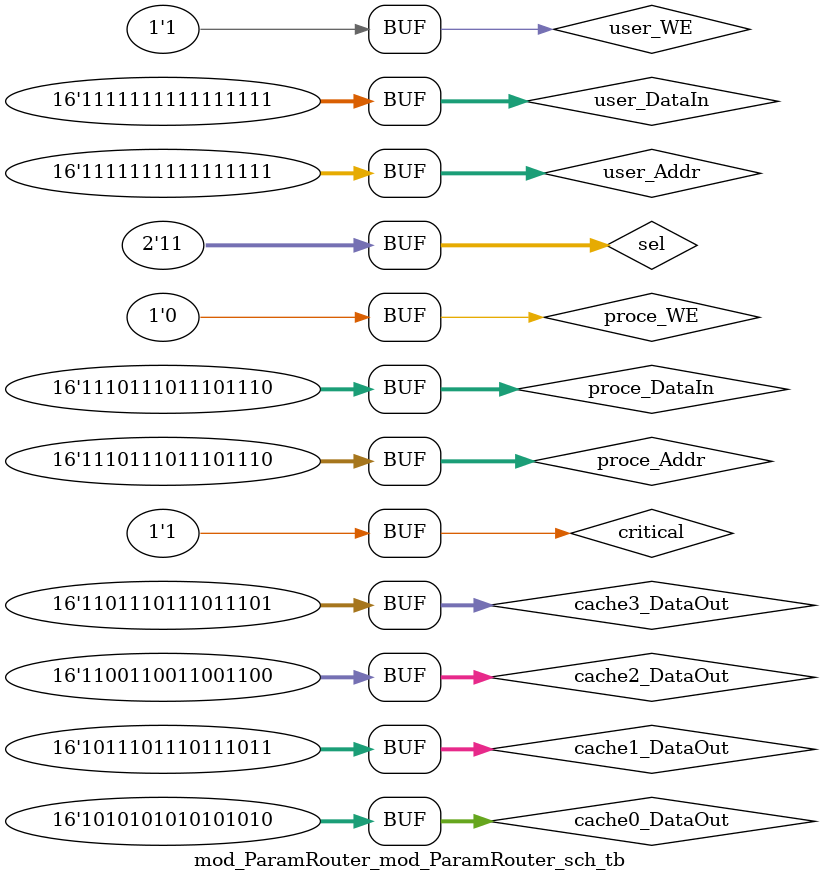
<source format=v>

`timescale 1ns / 1ps

module mod_ParamRouter_mod_ParamRouter_sch_tb();

// Inputs
   reg [15:0] cache2_DataOut;
   reg [15:0] cache3_DataOut;
   reg [1:0] sel;
   reg [15:0] cache0_DataOut;
   reg [15:0] cache1_DataOut;
   reg critical;
   reg [15:0] user_DataIn;
   reg [15:0] proce_DataIn;
   reg [15:0] user_Addr;
   reg [15:0] proce_Addr;
   reg user_WE;
   reg proce_WE;

// Output
   wire [15:0] cache2_DataIn;
   wire [15:0] cache3_DataIn;
   wire [15:0] cache2_Addr;
   wire [15:0] cache3_Addr;
   wire [15:0] cache0_DataIn;
   wire [15:0] cache1_DataIn;
   wire [15:0] cache0_Addr;
   wire [15:0] cache1_Addr;
   wire cache0_WE;
   wire cache1_WE;
   wire cache2_WE;
   wire cache3_WE;
   wire [15:0] proce_DataOut;
   wire [15:0] user_DataOut;

// Bidirs

// Instantiate the UUT
   mod_ParamRouter UUT (
		.cache2_DataIn(cache2_DataIn), 
		.cache3_DataIn(cache3_DataIn), 
		.cache2_Addr(cache2_Addr), 
		.cache3_Addr(cache3_Addr), 
		.cache2_DataOut(cache2_DataOut), 
		.cache3_DataOut(cache3_DataOut), 
		.cache0_DataIn(cache0_DataIn), 
		.cache1_DataIn(cache1_DataIn), 
		.cache0_Addr(cache0_Addr), 
		.cache1_Addr(cache1_Addr), 
		.cache0_WE(cache0_WE), 
		.cache1_WE(cache1_WE), 
		.cache2_WE(cache2_WE), 
		.cache3_WE(cache3_WE), 
		.sel(sel), 
		.cache0_DataOut(cache0_DataOut), 
		.cache1_DataOut(cache1_DataOut), 
		.critical(critical), 
		.proce_DataOut(proce_DataOut), 
		.user_DataOut(user_DataOut), 
		.user_DataIn(user_DataIn), 
		.proce_DataIn(proce_DataIn), 
		.user_Addr(user_Addr), 
		.proce_Addr(proce_Addr), 
		.user_WE(user_WE), 
		.proce_WE(proce_WE)
   );
// Initialize Inputs
   initial begin
		cache2_DataOut = 16'hcccc;
		cache3_DataOut = 16'hdddd;
		sel = 2'b00;
		cache0_DataOut = 16'haaaa;
		cache1_DataOut = 16'hbbbb;
		critical = 1;
		user_DataIn = 16'hffff;
		proce_DataIn = 16'heeee;
		user_Addr = 16'hffff;
		proce_Addr = 16'heeee;
		user_WE = 1;
		proce_WE = 0;

		//Test Change in critical
		#100;
		sel = 2'b01;
		#100;
		sel = 2'b10;
		#100;
		sel = 2'b11;
		#100;

		sel = 2'b00;
		critical = 0;
		#100;
		sel = 2'b01;
		#100;
		sel = 2'b10;
		#100;
		sel = 2'b11;
		#100;
		
		//Test Change out of critical
		sel = 2'b01;
		critical = 0;
		#100;
		critical = 1;
		#100;
		critical = 0;
		sel = 2'b10;
		#100;
		critical = 1;
		#100;
		critical = 0;
		sel = 2'b11;
		#100;
		critical = 1;
		
   end
endmodule

</source>
